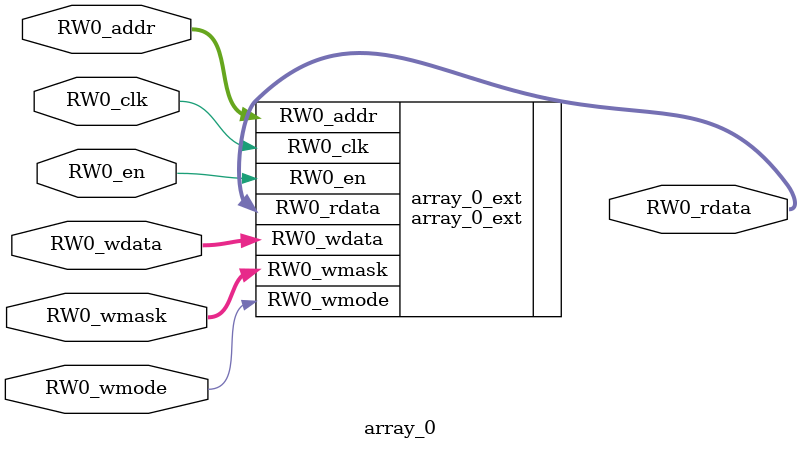
<source format=sv>
`ifndef RANDOMIZE
  `ifdef RANDOMIZE_REG_INIT
    `define RANDOMIZE
  `endif // RANDOMIZE_REG_INIT
`endif // not def RANDOMIZE
`ifndef RANDOMIZE
  `ifdef RANDOMIZE_MEM_INIT
    `define RANDOMIZE
  `endif // RANDOMIZE_MEM_INIT
`endif // not def RANDOMIZE

`ifndef RANDOM
  `define RANDOM $random
`endif // not def RANDOM

// Users can define 'PRINTF_COND' to add an extra gate to prints.
`ifndef PRINTF_COND_
  `ifdef PRINTF_COND
    `define PRINTF_COND_ (`PRINTF_COND)
  `else  // PRINTF_COND
    `define PRINTF_COND_ 1
  `endif // PRINTF_COND
`endif // not def PRINTF_COND_

// Users can define 'ASSERT_VERBOSE_COND' to add an extra gate to assert error printing.
`ifndef ASSERT_VERBOSE_COND_
  `ifdef ASSERT_VERBOSE_COND
    `define ASSERT_VERBOSE_COND_ (`ASSERT_VERBOSE_COND)
  `else  // ASSERT_VERBOSE_COND
    `define ASSERT_VERBOSE_COND_ 1
  `endif // ASSERT_VERBOSE_COND
`endif // not def ASSERT_VERBOSE_COND_

// Users can define 'STOP_COND' to add an extra gate to stop conditions.
`ifndef STOP_COND_
  `ifdef STOP_COND
    `define STOP_COND_ (`STOP_COND)
  `else  // STOP_COND
    `define STOP_COND_ 1
  `endif // STOP_COND
`endif // not def STOP_COND_

// Users can define INIT_RANDOM as general code that gets injected into the
// initializer block for modules with registers.
`ifndef INIT_RANDOM
  `define INIT_RANDOM
`endif // not def INIT_RANDOM

// If using random initialization, you can also define RANDOMIZE_DELAY to
// customize the delay used, otherwise 0.002 is used.
`ifndef RANDOMIZE_DELAY
  `define RANDOMIZE_DELAY 0.002
`endif // not def RANDOMIZE_DELAY

// Define INIT_RANDOM_PROLOG_ for use in our modules below.
`ifndef INIT_RANDOM_PROLOG_
  `ifdef RANDOMIZE
    `ifdef VERILATOR
      `define INIT_RANDOM_PROLOG_ `INIT_RANDOM
    `else  // VERILATOR
      `define INIT_RANDOM_PROLOG_ `INIT_RANDOM #`RANDOMIZE_DELAY begin end
    `endif // VERILATOR
  `else  // RANDOMIZE
    `define INIT_RANDOM_PROLOG_
  `endif // RANDOMIZE
`endif // not def INIT_RANDOM_PROLOG_

// Include register initializers in init blocks unless synthesis is set
`ifndef SYNTHESIS
  `ifndef ENABLE_INITIAL_REG_
    `define ENABLE_INITIAL_REG_
  `endif // not def ENABLE_INITIAL_REG_
`endif // not def SYNTHESIS

// Include rmemory initializers in init blocks unless synthesis is set
`ifndef SYNTHESIS
  `ifndef ENABLE_INITIAL_MEM_
    `define ENABLE_INITIAL_MEM_
  `endif // not def ENABLE_INITIAL_MEM_
`endif // not def SYNTHESIS

module array_0(	// @[generators/rocket-chip/src/main/scala/util/DescribedSRAM.scala:17:26]
  input  [6:0]   RW0_addr,
  input          RW0_en,
  input          RW0_clk,
  input          RW0_wmode,
  input  [255:0] RW0_wdata,
  output [255:0] RW0_rdata,
  input  [3:0]   RW0_wmask
);

  array_0_ext array_0_ext (	// @[generators/rocket-chip/src/main/scala/util/DescribedSRAM.scala:17:26]
    .RW0_addr  (RW0_addr),
    .RW0_en    (RW0_en),
    .RW0_clk   (RW0_clk),
    .RW0_wmode (RW0_wmode),
    .RW0_wdata (RW0_wdata),
    .RW0_rdata (RW0_rdata),
    .RW0_wmask (RW0_wmask)
  );
endmodule


</source>
